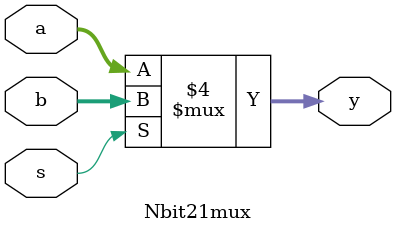
<source format=v>
`timescale 1ns / 1ps
module Nbit21mux
	#(parameter N = 4)
	(input wire [N-1:0] a,
	 input wire [N-1:0] b,
	 input wire s,
	 output reg [N-1:0] y
	);

	always @(*)
		if(s==0)
			y=a;
		else
			y=b;

endmodule

</source>
